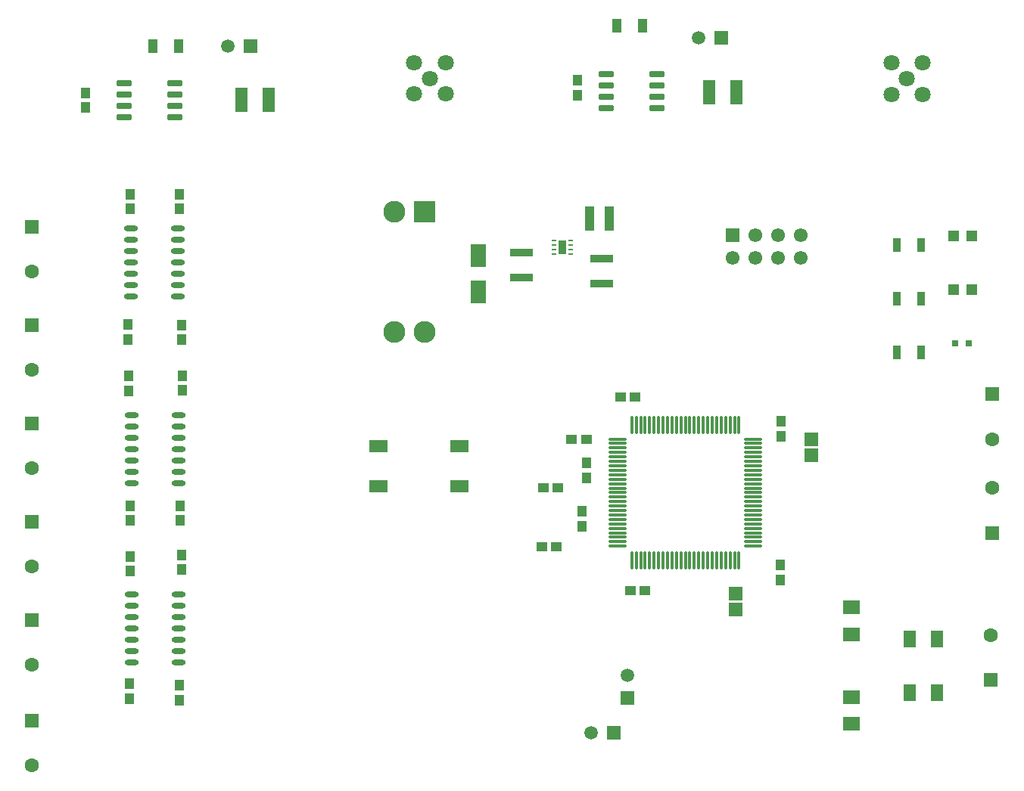
<source format=gbr>
%TF.GenerationSoftware,Altium Limited,Altium Designer,19.1.8 (144)*%
G04 Layer_Color=255*
%FSLAX25Y25*%
%MOIN*%
%TF.FileFunction,Pads,Top*%
%TF.Part,Single*%
G01*
G75*
%TA.AperFunction,SMDPad,CuDef*%
%ADD10R,0.04166X0.04749*%
%ADD11O,0.06102X0.02362*%
%ADD12R,0.03543X0.06299*%
%ADD13O,0.01181X0.08268*%
%ADD14O,0.08268X0.01181*%
%ADD15R,0.04749X0.04166*%
%ADD16R,0.04724X0.04724*%
%ADD17R,0.06127X0.05924*%
%ADD18R,0.10236X0.03740*%
%ADD19R,0.03937X0.10630*%
%ADD20R,0.03543X0.06299*%
%ADD21R,0.01968X0.01102*%
%ADD22R,0.06693X0.09843*%
%ADD23R,0.05315X0.07284*%
%ADD24R,0.07480X0.05906*%
%ADD25R,0.03150X0.03150*%
%ADD26R,0.08268X0.05512*%
%ADD27R,0.05709X0.11024*%
G04:AMPARAMS|DCode=28|XSize=25.59mil|YSize=64.96mil|CornerRadius=1.92mil|HoleSize=0mil|Usage=FLASHONLY|Rotation=90.000|XOffset=0mil|YOffset=0mil|HoleType=Round|Shape=RoundedRectangle|*
%AMROUNDEDRECTD28*
21,1,0.02559,0.06112,0,0,90.0*
21,1,0.02175,0.06496,0,0,90.0*
1,1,0.00384,0.03056,0.01088*
1,1,0.00384,0.03056,-0.01088*
1,1,0.00384,-0.03056,-0.01088*
1,1,0.00384,-0.03056,0.01088*
%
%ADD28ROUNDEDRECTD28*%
%ADD29R,0.04331X0.06496*%
%TA.AperFunction,ComponentPad*%
%ADD33C,0.07087*%
%ADD34R,0.09646X0.09646*%
%ADD35C,0.09646*%
%ADD36R,0.06299X0.06299*%
%ADD37C,0.06299*%
%ADD38C,0.06102*%
%ADD39R,0.06102X0.06102*%
%ADD40R,0.05906X0.05906*%
%ADD41C,0.05906*%
%ADD42R,0.05906X0.05906*%
D10*
X82677Y263393D02*
D03*
Y256890D02*
D03*
X61024Y263393D02*
D03*
Y256890D02*
D03*
X83661Y199205D02*
D03*
Y205709D02*
D03*
X60039Y199504D02*
D03*
Y206008D02*
D03*
X41397Y308168D02*
D03*
Y301664D02*
D03*
X258228Y313581D02*
D03*
Y307078D02*
D03*
X84310Y176861D02*
D03*
Y183365D02*
D03*
X60393Y176763D02*
D03*
Y183266D02*
D03*
X82932Y46948D02*
D03*
Y40444D02*
D03*
X60984Y47637D02*
D03*
Y41133D02*
D03*
X83818Y97924D02*
D03*
Y104428D02*
D03*
X61082Y97235D02*
D03*
Y103739D02*
D03*
X83129Y126180D02*
D03*
Y119676D02*
D03*
X61180Y126180D02*
D03*
Y119676D02*
D03*
X262165Y138377D02*
D03*
Y144881D02*
D03*
X347893Y156684D02*
D03*
Y163188D02*
D03*
X260196Y123522D02*
D03*
Y117018D02*
D03*
X347401Y93396D02*
D03*
Y99900D02*
D03*
D11*
X61417Y248268D02*
D03*
Y243268D02*
D03*
Y238268D02*
D03*
Y233268D02*
D03*
Y228268D02*
D03*
Y223268D02*
D03*
Y218268D02*
D03*
X82284Y248268D02*
D03*
Y243268D02*
D03*
Y238268D02*
D03*
Y233268D02*
D03*
Y228268D02*
D03*
Y223268D02*
D03*
Y218268D02*
D03*
X82637Y57180D02*
D03*
Y62180D02*
D03*
Y67180D02*
D03*
Y72180D02*
D03*
Y77180D02*
D03*
Y82180D02*
D03*
Y87180D02*
D03*
X61771Y57180D02*
D03*
Y62180D02*
D03*
Y67180D02*
D03*
Y72180D02*
D03*
Y77180D02*
D03*
Y82180D02*
D03*
Y87180D02*
D03*
X82637Y135920D02*
D03*
Y140920D02*
D03*
Y145920D02*
D03*
Y150920D02*
D03*
Y155920D02*
D03*
Y160920D02*
D03*
Y165920D02*
D03*
X61771Y135920D02*
D03*
Y140920D02*
D03*
Y145920D02*
D03*
Y150920D02*
D03*
Y155920D02*
D03*
Y160920D02*
D03*
Y165920D02*
D03*
D12*
X409507Y241038D02*
D03*
X398877D02*
D03*
X409507Y217416D02*
D03*
X398877D02*
D03*
X409507Y193794D02*
D03*
X398877D02*
D03*
D13*
X282058Y161794D02*
D03*
X284027D02*
D03*
X285995D02*
D03*
X287964D02*
D03*
X289932D02*
D03*
X291901D02*
D03*
X293869D02*
D03*
X295838D02*
D03*
X297806D02*
D03*
X299775D02*
D03*
X301743D02*
D03*
X303712D02*
D03*
X305680D02*
D03*
X307649D02*
D03*
X309617D02*
D03*
X311586D02*
D03*
X313554D02*
D03*
X315523D02*
D03*
X317491D02*
D03*
X319460D02*
D03*
X321428D02*
D03*
X323397D02*
D03*
X325365D02*
D03*
X327334D02*
D03*
X329302D02*
D03*
Y101952D02*
D03*
X327334D02*
D03*
X325365D02*
D03*
X323397D02*
D03*
X321428D02*
D03*
X319460D02*
D03*
X317491D02*
D03*
X315523D02*
D03*
X313554D02*
D03*
X311586D02*
D03*
X309617D02*
D03*
X307649D02*
D03*
X305680D02*
D03*
X303712D02*
D03*
X301743D02*
D03*
X299775D02*
D03*
X297806D02*
D03*
X295838D02*
D03*
X293869D02*
D03*
X291901D02*
D03*
X289932D02*
D03*
X287964D02*
D03*
X285995D02*
D03*
X284027D02*
D03*
X282058D02*
D03*
D14*
X335602Y155495D02*
D03*
Y153526D02*
D03*
Y151558D02*
D03*
Y149589D02*
D03*
Y147621D02*
D03*
Y145652D02*
D03*
Y143684D02*
D03*
Y141715D02*
D03*
Y139747D02*
D03*
Y137778D02*
D03*
Y135810D02*
D03*
Y133841D02*
D03*
Y131873D02*
D03*
Y129904D02*
D03*
Y127936D02*
D03*
Y125967D02*
D03*
Y123999D02*
D03*
Y122030D02*
D03*
Y120062D02*
D03*
Y118093D02*
D03*
Y116125D02*
D03*
Y114156D02*
D03*
Y112188D02*
D03*
Y110219D02*
D03*
Y108251D02*
D03*
X275759D02*
D03*
Y110219D02*
D03*
Y112188D02*
D03*
Y114156D02*
D03*
Y116125D02*
D03*
Y118093D02*
D03*
Y120062D02*
D03*
Y122030D02*
D03*
Y123999D02*
D03*
Y125967D02*
D03*
Y127936D02*
D03*
Y129904D02*
D03*
Y131873D02*
D03*
Y133841D02*
D03*
Y135810D02*
D03*
Y137778D02*
D03*
Y139747D02*
D03*
Y141715D02*
D03*
Y143684D02*
D03*
Y145652D02*
D03*
Y147621D02*
D03*
Y149589D02*
D03*
Y151558D02*
D03*
Y153526D02*
D03*
Y155495D02*
D03*
D15*
X262070Y155310D02*
D03*
X255566D02*
D03*
X243066Y134050D02*
D03*
X249570D02*
D03*
X283527Y173912D02*
D03*
X277023D02*
D03*
X248881Y108164D02*
D03*
X242377D02*
D03*
X287956Y88676D02*
D03*
X281452D02*
D03*
D16*
X423680Y244975D02*
D03*
X431948D02*
D03*
X423680Y221353D02*
D03*
X431948D02*
D03*
D17*
X361180Y148319D02*
D03*
Y155411D02*
D03*
X327814Y80208D02*
D03*
Y87301D02*
D03*
D18*
X268818Y235034D02*
D03*
Y224010D02*
D03*
X233523Y237593D02*
D03*
Y226570D02*
D03*
D19*
X263444Y252751D02*
D03*
X272106D02*
D03*
D20*
X251401Y240042D02*
D03*
D21*
X255141Y242995D02*
D03*
Y241026D02*
D03*
Y239058D02*
D03*
Y237089D02*
D03*
X247661D02*
D03*
Y239058D02*
D03*
Y241026D02*
D03*
Y242995D02*
D03*
D22*
X214567Y220473D02*
D03*
Y236221D02*
D03*
D23*
X416342Y67416D02*
D03*
X404334D02*
D03*
X416342Y43794D02*
D03*
X404334D02*
D03*
D24*
X378842Y81196D02*
D03*
Y69385D02*
D03*
Y41826D02*
D03*
Y30015D02*
D03*
D25*
X424468Y197830D02*
D03*
X430373D02*
D03*
D26*
X206259Y152357D02*
D03*
Y134641D02*
D03*
X170432D02*
D03*
Y152357D02*
D03*
D27*
X316299Y308262D02*
D03*
X328306D02*
D03*
X110098Y305113D02*
D03*
X122105D02*
D03*
D28*
X293125Y301333D02*
D03*
Y306333D02*
D03*
Y311333D02*
D03*
Y316334D02*
D03*
X270881Y301333D02*
D03*
Y306333D02*
D03*
Y311333D02*
D03*
Y316334D02*
D03*
X80668Y297239D02*
D03*
Y302239D02*
D03*
Y307239D02*
D03*
Y312239D02*
D03*
X58425Y297239D02*
D03*
Y302239D02*
D03*
Y307239D02*
D03*
Y312239D02*
D03*
D29*
X286672Y337692D02*
D03*
X275452D02*
D03*
X82342Y328735D02*
D03*
X71121D02*
D03*
D33*
X403306Y314266D02*
D03*
X396347Y307307D02*
D03*
Y321226D02*
D03*
X410266Y307307D02*
D03*
X410266Y321226D02*
D03*
X200058Y321451D02*
D03*
Y307532D02*
D03*
X186139Y321451D02*
D03*
Y307532D02*
D03*
X193099Y314492D02*
D03*
D34*
X190748Y255847D02*
D03*
D35*
Y202815D02*
D03*
X177362Y255847D02*
D03*
Y202815D02*
D03*
D36*
X17717Y205709D02*
D03*
X440945Y114173D02*
D03*
X17717Y249016D02*
D03*
X440945Y175197D02*
D03*
X17717Y162402D02*
D03*
Y119095D02*
D03*
Y75787D02*
D03*
Y31496D02*
D03*
X440314Y49207D02*
D03*
D37*
X17717Y186024D02*
D03*
X440945Y133858D02*
D03*
X17717Y229331D02*
D03*
X440945Y155512D02*
D03*
X17717Y142717D02*
D03*
Y99410D02*
D03*
Y56102D02*
D03*
Y11811D02*
D03*
X440314Y68893D02*
D03*
D38*
X356476Y235330D02*
D03*
X346476D02*
D03*
X336476D02*
D03*
X326476D02*
D03*
X356476Y245329D02*
D03*
X346476D02*
D03*
X336476D02*
D03*
D39*
X326476D02*
D03*
D40*
X274035Y25979D02*
D03*
X321373Y332455D02*
D03*
X114290Y328735D02*
D03*
D41*
X264035Y25979D02*
D03*
X280275Y51274D02*
D03*
X311373Y332455D02*
D03*
X104290Y328735D02*
D03*
D42*
X280275Y41274D02*
D03*
%TF.MD5,f4682ca8963ddfea6ec8664fe8f55cce*%
M02*

</source>
